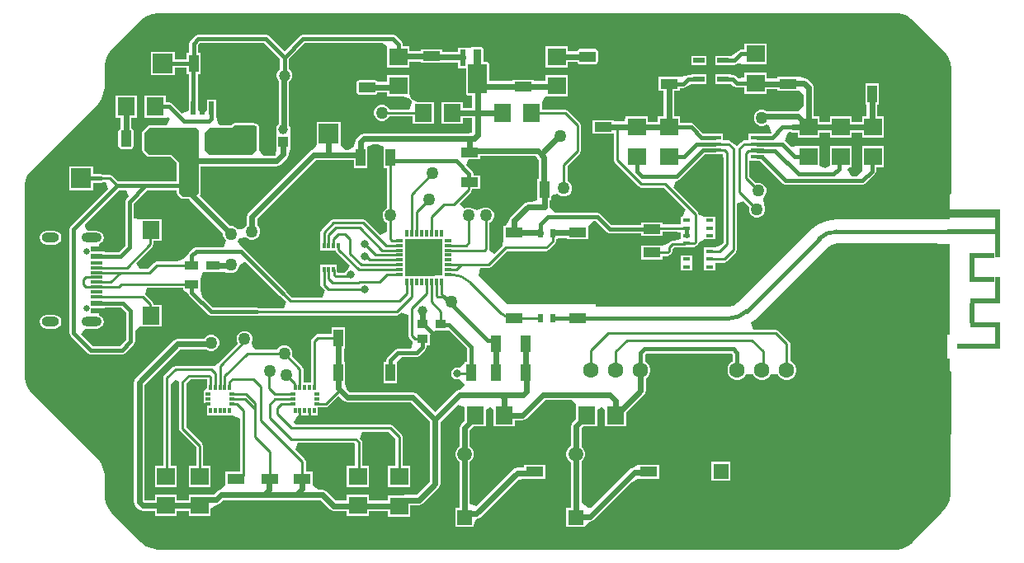
<source format=gtl>
G04*
G04 #@! TF.GenerationSoftware,Altium Limited,Altium Designer,23.2.1 (34)*
G04*
G04 Layer_Physical_Order=1*
G04 Layer_Color=255*
%FSLAX44Y44*%
%MOMM*%
G71*
G04*
G04 #@! TF.SameCoordinates,8496A63A-E985-4FE9-BA7E-BC2AAF8C8172*
G04*
G04*
G04 #@! TF.FilePolarity,Positive*
G04*
G01*
G75*
%ADD11C,0.2540*%
%ADD19R,2.0000X2.0000*%
%ADD20R,2.0000X2.0000*%
%ADD21R,1.8000X1.8400*%
%ADD22R,0.3000X0.5500*%
%ADD23R,0.5500X0.3000*%
%ADD24R,1.0000X1.8000*%
%ADD25R,1.8000X1.0000*%
%ADD26R,1.4000X0.4500*%
%ADD27R,1.1500X0.3000*%
%ADD28R,1.1500X0.6000*%
%ADD29R,0.6250X0.8500*%
G04:AMPARAMS|DCode=30|XSize=1.1mm|YSize=1.73mm|CornerRadius=0.11mm|HoleSize=0mm|Usage=FLASHONLY|Rotation=0.000|XOffset=0mm|YOffset=0mm|HoleType=Round|Shape=RoundedRectangle|*
%AMROUNDEDRECTD30*
21,1,1.1000,1.5100,0,0,0.0*
21,1,0.8800,1.7300,0,0,0.0*
1,1,0.2200,0.4400,-0.7550*
1,1,0.2200,-0.4400,-0.7550*
1,1,0.2200,-0.4400,0.7550*
1,1,0.2200,0.4400,0.7550*
%
%ADD30ROUNDEDRECTD30*%
%ADD31R,1.8400X1.8000*%
%ADD32R,0.5588X1.3208*%
%ADD33R,0.3000X0.6000*%
%ADD34R,0.6000X0.3000*%
%ADD35R,0.7500X0.3500*%
%ADD36R,1.1500X0.6000*%
%ADD37R,0.3000X0.8000*%
G04:AMPARAMS|DCode=38|XSize=1.1mm|YSize=1.73mm|CornerRadius=0.11mm|HoleSize=0mm|Usage=FLASHONLY|Rotation=90.000|XOffset=0mm|YOffset=0mm|HoleType=Round|Shape=RoundedRectangle|*
%AMROUNDEDRECTD38*
21,1,1.1000,1.5100,0,0,90.0*
21,1,0.8800,1.7300,0,0,90.0*
1,1,0.2200,0.7550,0.4400*
1,1,0.2200,0.7550,-0.4400*
1,1,0.2200,-0.7550,-0.4400*
1,1,0.2200,-0.7550,0.4400*
%
%ADD38ROUNDEDRECTD38*%
%ADD39C,1.7397*%
%ADD40R,0.5800X1.7300*%
%ADD41R,1.0000X0.9000*%
%ADD42R,4.9000X0.9000*%
%ADD43R,4.9000X0.5000*%
%ADD44R,0.5000X5.0000*%
%ADD45R,2.6400X0.5000*%
%ADD46R,0.5000X2.0000*%
%ADD47R,0.5000X2.7000*%
%ADD48R,3.9400X0.5000*%
%ADD49R,1.4000X1.1000*%
%ADD50R,1.4000X0.9000*%
%ADD51R,0.8000X0.3000*%
%ADD52R,3.7500X3.7500*%
%ADD72R,1.7000X0.3000*%
%ADD101C,0.4000*%
%ADD102C,0.6000*%
%ADD103C,0.3810*%
%ADD104C,1.6000*%
%ADD105R,1.6000X1.6000*%
%ADD106C,1.5080*%
%ADD107R,1.5080X1.5080*%
%ADD108R,1.2000X1.2000*%
%ADD109C,1.2000*%
%ADD110O,2.1000X1.0000*%
%ADD111C,0.6500*%
%ADD112O,1.8000X1.0000*%
%ADD113C,1.0000*%
%ADD114R,1.0000X1.0000*%
%ADD115R,1.5500X1.5500*%
%ADD116C,1.5500*%
%ADD117C,0.8000*%
%ADD118C,1.2700*%
G36*
X831960Y1116960D02*
X837825D01*
Y1086660D01*
X818495D01*
Y1116960D01*
X824360D01*
Y1131960D01*
X831960D01*
Y1116960D01*
D02*
G37*
G36*
X735680Y1135500D02*
Y1113500D01*
X758080D01*
Y1119588D01*
X770170D01*
Y1118000D01*
X792170D01*
Y1118743D01*
X808260D01*
Y1112660D01*
X816330D01*
Y1086660D01*
X816964Y1085129D01*
X818495Y1084495D01*
X822748D01*
Y1072212D01*
X813400D01*
Y1078000D01*
X791400D01*
Y1055600D01*
X813400D01*
Y1061388D01*
X822748D01*
Y1046302D01*
X822718Y1046272D01*
X820960D01*
X819511Y1045672D01*
X711655D01*
X711655Y1045672D01*
X707828Y1044087D01*
X707828Y1044087D01*
X704313Y1040572D01*
X703321Y1038177D01*
X702728Y1036745D01*
X701140Y1032080D01*
X695403Y1029032D01*
X692909D01*
X687640Y1033210D01*
Y1057210D01*
X663640D01*
Y1034938D01*
X661579Y1031180D01*
X658668Y1028315D01*
X656573Y1027447D01*
Y1027447D01*
X593073Y963947D01*
X591488Y960120D01*
X591488Y960120D01*
Y951277D01*
X589821Y949610D01*
X589367Y948514D01*
X584651Y947538D01*
X582621Y947410D01*
X581951Y947508D01*
X580040Y949419D01*
X576971Y950690D01*
X574614D01*
X543203Y982101D01*
X543821Y982719D01*
X544455Y984250D01*
Y1011858D01*
X622300D01*
X622300Y1011858D01*
X626127Y1013443D01*
X632845Y1020162D01*
X632846Y1020162D01*
X634332Y1023751D01*
X634431Y1023989D01*
X636019Y1030052D01*
X636019Y1030052D01*
Y1044052D01*
X636019D01*
X636019Y1051145D01*
X634961Y1053698D01*
Y1098793D01*
X636862Y1100694D01*
X638080Y1103634D01*
Y1106817D01*
X636862Y1109757D01*
X634612Y1112008D01*
X634410Y1112092D01*
Y1121997D01*
X651083Y1138670D01*
X729993D01*
X735680Y1135500D01*
D02*
G37*
G36*
X1256864Y1169399D02*
X1259419D01*
X1264432Y1168402D01*
X1269153Y1166446D01*
X1273402Y1163607D01*
X1275209Y1161800D01*
X1305441Y1131569D01*
X1307619Y1129390D01*
X1311041Y1124268D01*
X1313399Y1118577D01*
X1314601Y1112535D01*
Y1109455D01*
Y983700D01*
X1313876Y983400D01*
X1313242Y981869D01*
Y957380D01*
X1300270D01*
Y957115D01*
X1196701D01*
Y957203D01*
X1186938Y955917D01*
X1177840Y952149D01*
X1170027Y946154D01*
X1170089Y946092D01*
X1095674Y871677D01*
X1095665Y871686D01*
X1091398Y868835D01*
X1086365Y867833D01*
Y867821D01*
X949910D01*
Y870586D01*
X911910D01*
Y870096D01*
X885140D01*
Y870586D01*
X858894D01*
X829310Y900171D01*
X831043Y907171D01*
X839590D01*
X842093Y908207D01*
X852805Y918920D01*
Y919210D01*
X855615Y922020D01*
X855906D01*
X858716Y924831D01*
X899160D01*
X901663Y925867D01*
X908288Y932492D01*
X909324Y934995D01*
Y937240D01*
X910910D01*
Y938268D01*
X919910D01*
Y936870D01*
X941910D01*
Y950870D01*
X946860Y955820D01*
X949408D01*
X961129Y944099D01*
X964190Y942830D01*
X996110D01*
Y940160D01*
X1018110D01*
Y945021D01*
X1030214D01*
X1036920Y944310D01*
Y936810D01*
X1030415Y935615D01*
X1028334D01*
X1025831Y934578D01*
X1024065Y932813D01*
X1018110Y930290D01*
Y930290D01*
X996110D01*
Y916290D01*
X1018110D01*
Y919751D01*
X1023402D01*
X1025905Y920787D01*
X1027393Y922275D01*
X1028429Y924778D01*
Y927166D01*
X1029800Y928536D01*
X1038702D01*
X1038712Y928541D01*
X1040190D01*
X1040841Y928810D01*
X1048420D01*
Y929021D01*
X1050230D01*
X1052733Y930057D01*
X1054221Y931545D01*
X1055161Y933815D01*
X1057351Y934954D01*
X1061641Y936810D01*
X1062257Y936810D01*
X1072420D01*
X1072420Y944310D01*
Y952310D01*
X1072420Y960310D01*
X1061724Y960310D01*
X1059241Y961032D01*
X1054978Y962864D01*
X1054221Y964692D01*
X1029054Y989859D01*
X1031954Y996859D01*
X1032225D01*
X1035286Y998127D01*
X1061248Y1024089D01*
X1071185D01*
X1071377Y1024168D01*
X1080185D01*
X1081041Y1017523D01*
Y933646D01*
X1078332Y930937D01*
X1072420Y928310D01*
X1060920D01*
Y920810D01*
X1060920D01*
Y920310D01*
X1060920D01*
X1060920Y912810D01*
X1060920Y904810D01*
X1072420D01*
X1072420Y912310D01*
X1079126Y913021D01*
X1081660D01*
X1084163Y914057D01*
X1093433Y923327D01*
X1094469Y925830D01*
Y973426D01*
X1101469Y976325D01*
X1107203Y970591D01*
X1106710Y969401D01*
Y966079D01*
X1107981Y963010D01*
X1110330Y960661D01*
X1113399Y959390D01*
X1116721D01*
X1119790Y960661D01*
X1122139Y963010D01*
X1123410Y966079D01*
Y969401D01*
X1122139Y972470D01*
X1122060Y972549D01*
X1121266Y978232D01*
X1122552Y981203D01*
X1123409Y982060D01*
X1124680Y985129D01*
Y988451D01*
X1123409Y991520D01*
X1121060Y993869D01*
X1117991Y995140D01*
X1114669D01*
X1113479Y994647D01*
X1107169Y1000956D01*
Y1017668D01*
X1114639D01*
X1115435Y1017339D01*
X1118392D01*
X1141604Y994127D01*
X1144665Y992859D01*
X1223155D01*
X1226217Y994127D01*
X1235947Y1003857D01*
X1237215Y1006918D01*
Y1010918D01*
X1245355D01*
Y1032918D01*
X1222955D01*
Y1010918D01*
X1222955D01*
X1223326Y1007704D01*
X1217697Y1001518D01*
X1212117D01*
X1208213Y1008518D01*
X1209696Y1010918D01*
X1212335D01*
Y1032918D01*
X1189935D01*
Y1012819D01*
X1184625Y1009790D01*
X1179315Y1012819D01*
Y1032918D01*
X1156915D01*
Y1032918D01*
X1149915Y1031861D01*
X1143796Y1037980D01*
X1145691Y1044546D01*
X1148040Y1047589D01*
X1148992D01*
X1151605Y1046506D01*
X1156915D01*
Y1040918D01*
X1179315D01*
Y1046506D01*
X1189935D01*
Y1040918D01*
X1212335D01*
Y1046506D01*
X1222955D01*
Y1040918D01*
X1245355D01*
Y1062918D01*
X1238557D01*
Y1075211D01*
X1240145D01*
Y1097211D01*
X1226145D01*
Y1075211D01*
X1227733D01*
Y1062918D01*
X1222955D01*
Y1057330D01*
X1212335D01*
Y1062918D01*
X1189935D01*
Y1057330D01*
X1179315D01*
Y1062918D01*
X1173527D01*
Y1092628D01*
X1173527Y1092628D01*
X1171942Y1096455D01*
X1171942Y1096455D01*
X1167122Y1101275D01*
X1164129Y1102514D01*
X1163295Y1102860D01*
X1157641Y1103750D01*
Y1103750D01*
X1135641D01*
Y1102162D01*
X1124821D01*
Y1108250D01*
X1102421D01*
Y1103278D01*
X1095421Y1102283D01*
X1093163Y1104542D01*
X1090101Y1105810D01*
X1088151D01*
Y1106480D01*
X1072651D01*
Y1096480D01*
X1088151D01*
X1091270Y1094189D01*
X1091270Y1094189D01*
X1094331Y1092921D01*
X1102421D01*
Y1086250D01*
X1124821D01*
Y1091338D01*
X1135641D01*
Y1089750D01*
X1157641D01*
X1162703Y1085071D01*
Y1073551D01*
X1156843Y1068402D01*
X1156843Y1068402D01*
X1125267D01*
X1124870Y1068799D01*
X1121801Y1070070D01*
X1118479D01*
X1115410Y1068799D01*
X1113061Y1066450D01*
X1111790Y1063381D01*
Y1060059D01*
X1113061Y1056990D01*
X1115410Y1054641D01*
X1118479Y1053370D01*
X1121801D01*
X1124684Y1054564D01*
X1124900Y1054637D01*
X1127643Y1054209D01*
X1130078Y1046744D01*
X1129082Y1045748D01*
X1115185D01*
X1114993Y1045668D01*
X1106185D01*
Y1038458D01*
X1102228D01*
X1099725Y1037421D01*
X1098678Y1036374D01*
X1094105Y1032973D01*
X1089532Y1036374D01*
X1088485Y1037421D01*
X1085982Y1038458D01*
X1080185D01*
Y1045668D01*
X1071377D01*
X1071185Y1045748D01*
X1059828D01*
X1050596Y1054980D01*
X1047535Y1056248D01*
X1035805D01*
Y1062918D01*
X1030017D01*
Y1089750D01*
X1035605D01*
Y1092421D01*
X1039701D01*
X1042763Y1093689D01*
X1047651Y1096480D01*
X1063151D01*
Y1106480D01*
X1047651D01*
Y1105810D01*
X1044431D01*
X1042144Y1104862D01*
X1035605Y1103750D01*
Y1103750D01*
X1013605D01*
Y1089750D01*
X1019193D01*
Y1062918D01*
X1013405D01*
Y1057330D01*
X1002785D01*
Y1062918D01*
X980385D01*
X978858Y1057830D01*
X968295D01*
Y1059418D01*
X946295D01*
Y1045418D01*
X968011D01*
Y1018087D01*
X969047Y1015584D01*
X993624Y991007D01*
X996127Y989971D01*
X1018931D01*
X1041592Y967310D01*
X1038692Y960310D01*
X1036920D01*
Y952810D01*
X1030214Y952099D01*
X1018110D01*
Y954160D01*
X996110D01*
Y951490D01*
X965983D01*
X954262Y963211D01*
X951201Y964479D01*
X907581D01*
X902292Y970002D01*
Y977060D01*
X903880D01*
Y981435D01*
X906061Y982590D01*
X910880Y983581D01*
X912210Y982251D01*
X915279Y980980D01*
X918601D01*
X921670Y982251D01*
X924019Y984600D01*
X925290Y987669D01*
Y990991D01*
X924019Y994060D01*
X921670Y996409D01*
X920479Y996902D01*
Y1011994D01*
X933413Y1024927D01*
X934449Y1027430D01*
Y1054100D01*
X933413Y1056603D01*
X920713Y1069303D01*
X918210Y1070339D01*
X894680D01*
Y1077975D01*
X895442Y1079158D01*
X898301Y1083500D01*
X920640D01*
Y1105500D01*
X898240D01*
Y1099412D01*
X886150D01*
Y1101000D01*
X864150D01*
Y1099412D01*
X839990D01*
Y1116960D01*
X839356Y1118491D01*
X837825Y1119125D01*
X834125D01*
Y1131960D01*
X833491Y1133491D01*
X831960Y1134125D01*
X824992D01*
X824360Y1134125D01*
X818060Y1133960D01*
Y1133960D01*
X808260D01*
Y1129567D01*
X792170D01*
Y1132000D01*
X770170D01*
Y1130412D01*
X758080D01*
Y1135500D01*
X751710D01*
Y1137300D01*
X750442Y1140361D01*
X744742Y1146061D01*
X741680Y1147330D01*
X649290D01*
X646228Y1146061D01*
X630080Y1129913D01*
X613932Y1146061D01*
X610870Y1147330D01*
X541770D01*
X538708Y1146061D01*
X533889Y1141242D01*
X532620Y1138180D01*
Y1128600D01*
X529950D01*
Y1121930D01*
X517460D01*
Y1129600D01*
X493460D01*
Y1105600D01*
X517460D01*
Y1113270D01*
X529950D01*
Y1106600D01*
X532496D01*
Y1080230D01*
X531908D01*
Y1069074D01*
X524908Y1066175D01*
X514871Y1076211D01*
X511810Y1077480D01*
X508600D01*
Y1084350D01*
X486600D01*
Y1061950D01*
X508600D01*
Y1061950D01*
X511244Y1062436D01*
X512628Y1060725D01*
X509286Y1053725D01*
X491490D01*
X489959Y1053091D01*
X484879Y1048011D01*
X484245Y1046480D01*
Y1028700D01*
X484879Y1027169D01*
X489959Y1022089D01*
X491490Y1021455D01*
X513453D01*
X519805Y1015103D01*
Y996200D01*
X459146D01*
X453353Y1001993D01*
X450850Y1003029D01*
X443868D01*
X441960Y1003820D01*
X433640D01*
Y1011490D01*
X409640D01*
Y987490D01*
X433640D01*
Y995160D01*
X441960D01*
X443868Y995951D01*
X446528D01*
X449459Y988981D01*
X410959Y950481D01*
X409690Y947420D01*
Y840740D01*
X410959Y837679D01*
X428739Y819899D01*
X431800Y818630D01*
X463550D01*
X466612Y819899D01*
X475502Y828789D01*
X476770Y831850D01*
Y843048D01*
X482000Y847320D01*
X504000D01*
Y869720D01*
X496207D01*
Y870042D01*
X495171Y872545D01*
X487363Y880353D01*
X487271Y880391D01*
X488664Y887391D01*
X526100D01*
Y884430D01*
X530873Y882220D01*
X532111Y879231D01*
X552001Y859341D01*
X552001Y859341D01*
X554990Y858103D01*
X554990Y858103D01*
X601980D01*
X603639Y858791D01*
X745490D01*
X747993Y859827D01*
X750191Y862025D01*
X757191Y859126D01*
Y838200D01*
X758227Y835697D01*
X761673Y832252D01*
X760709Y825437D01*
X759461Y824750D01*
X746760D01*
X743699Y823482D01*
X736035Y815818D01*
X734767Y812757D01*
Y811100D01*
X731880D01*
Y789100D01*
X745880D01*
Y811100D01*
X750732Y816090D01*
X765810D01*
X768872Y817358D01*
X774685Y823172D01*
X775953Y826233D01*
Y827890D01*
X779160D01*
Y838254D01*
X782810Y842420D01*
X785125Y843390D01*
X797660D01*
Y843390D01*
X798570Y843767D01*
X817620Y824717D01*
Y811100D01*
X814950D01*
Y809865D01*
X810205Y804830D01*
X805235D01*
X801720Y801315D01*
Y796345D01*
X805235Y792830D01*
X809666D01*
X814655Y787673D01*
X814634Y787573D01*
X810260Y782652D01*
X806433Y781067D01*
X806433Y781067D01*
X784860Y759494D01*
X765827Y778527D01*
X762000Y780112D01*
X762000Y780112D01*
X696932D01*
X694254Y782790D01*
X692588Y789100D01*
X692588D01*
Y811100D01*
X691240D01*
Y824922D01*
X692589D01*
Y846923D01*
X678588D01*
Y839462D01*
X664473D01*
X661970Y838425D01*
X658535Y834990D01*
X657498Y832487D01*
Y789801D01*
X649577D01*
Y803777D01*
X648540Y806280D01*
X637881Y816939D01*
X638374Y818130D01*
Y821452D01*
X637103Y824521D01*
X634754Y826870D01*
X631685Y828141D01*
X628363D01*
X625294Y826870D01*
X622945Y824521D01*
X622452Y823330D01*
X599929D01*
X597817Y827074D01*
X596636Y830330D01*
X597630Y832729D01*
Y836051D01*
X596359Y839120D01*
X594010Y841469D01*
X590941Y842740D01*
X587619D01*
X584550Y841469D01*
X582201Y839120D01*
X580930Y836051D01*
Y832729D01*
X582167Y829743D01*
X561475Y809051D01*
X558615Y806641D01*
X555094Y806820D01*
X518264D01*
X515761Y805784D01*
X507209Y797231D01*
X506172Y794728D01*
Y704301D01*
X497241D01*
Y682301D01*
X519641D01*
Y704301D01*
X513251D01*
Y788027D01*
X518818Y792785D01*
X522241Y790477D01*
Y742425D01*
X523277Y739922D01*
X539661Y723538D01*
Y704301D01*
X532001D01*
Y682301D01*
X554401D01*
Y704301D01*
X546740D01*
Y725004D01*
X545704Y727507D01*
X529319Y743891D01*
Y789011D01*
X533700Y793391D01*
X550439D01*
Y784807D01*
X547234Y781301D01*
X547234D01*
Y769301D01*
X547234D01*
X550484Y765551D01*
Y756051D01*
X577484D01*
X583337Y753283D01*
X584574Y752456D01*
Y698051D01*
X569784D01*
Y684051D01*
X564639Y679570D01*
X561323Y678197D01*
X561323Y678197D01*
X557839Y674713D01*
X549201D01*
X549201Y674713D01*
X548206Y674301D01*
X532001D01*
Y668713D01*
X519641D01*
Y674301D01*
X497241D01*
Y668713D01*
X487021D01*
X486742Y668992D01*
Y787698D01*
X522942Y823898D01*
X549863D01*
X550260Y823501D01*
X553329Y822230D01*
X556651D01*
X559720Y823501D01*
X562069Y825850D01*
X563340Y828919D01*
Y832241D01*
X562069Y835310D01*
X559720Y837659D01*
X556651Y838930D01*
X553329D01*
X550260Y837659D01*
X547911Y835310D01*
X547668Y834722D01*
X520700D01*
X520700Y834722D01*
X516873Y833137D01*
X477503Y793767D01*
X475918Y789940D01*
X475918Y789940D01*
Y666750D01*
X475918Y666750D01*
X477503Y662923D01*
X480952Y659474D01*
X480953Y659474D01*
X484779Y657889D01*
X497241D01*
Y652301D01*
X519641D01*
Y657889D01*
X532001D01*
Y652301D01*
X554401D01*
Y660422D01*
X560081Y663889D01*
X563907Y665474D01*
X567392Y668958D01*
X609600D01*
X609600Y668958D01*
X609600Y668958D01*
X642620D01*
X642620Y668958D01*
X642620Y668958D01*
X667048D01*
X676773Y659234D01*
X676773Y659234D01*
X680599Y657648D01*
X680600Y657649D01*
X694286D01*
Y652301D01*
X716686D01*
Y657649D01*
X736555D01*
Y652061D01*
X758955D01*
Y663649D01*
X768120D01*
X768121Y663649D01*
X771947Y665234D01*
X788687Y681973D01*
X790272Y685800D01*
X790272Y685800D01*
Y749598D01*
X807980Y767306D01*
X814980Y764407D01*
Y751324D01*
X814568Y750329D01*
X814568Y750329D01*
Y750271D01*
X811257Y746960D01*
X809672Y743133D01*
X809672Y743133D01*
Y724360D01*
X806996Y721684D01*
X805544Y718178D01*
Y714382D01*
X806996Y710876D01*
X809672Y708200D01*
Y660820D01*
X805544D01*
Y641740D01*
X824624D01*
Y643066D01*
X827226Y649534D01*
X831053Y651119D01*
X869717Y689783D01*
X876143Y691169D01*
X876143Y691169D01*
X876143Y691170D01*
X898143D01*
Y705169D01*
X876143D01*
Y702311D01*
X869180D01*
X869180Y702311D01*
X865353Y700726D01*
X865353Y700726D01*
X829815Y665188D01*
X827203Y662990D01*
X820496Y665769D01*
Y708200D01*
X823172Y710876D01*
X824624Y714382D01*
Y718178D01*
X823172Y721684D01*
X820496Y724360D01*
Y740892D01*
X823807Y744203D01*
X823807Y744203D01*
X824191Y745129D01*
X836980D01*
Y761945D01*
X840980Y764254D01*
X844980Y761945D01*
Y745129D01*
X866980D01*
Y750918D01*
X874439D01*
X874439Y750918D01*
X878266Y752503D01*
X897592Y771828D01*
X924061D01*
X929280Y767529D01*
X929280Y764828D01*
Y752783D01*
X925600Y749103D01*
X924015Y745276D01*
X924015Y745276D01*
Y724548D01*
X923579Y724368D01*
X920896Y721684D01*
X919443Y718178D01*
Y714382D01*
X920896Y710876D01*
X923579Y708192D01*
X924015Y708012D01*
Y660820D01*
X919443D01*
Y641740D01*
X938523D01*
Y642599D01*
X943671Y646598D01*
X947497Y648183D01*
X986988Y687674D01*
X992540Y691170D01*
X1014540D01*
Y705169D01*
X992540D01*
Y705170D01*
X986835Y702043D01*
X985494Y701487D01*
Y701487D01*
X945319Y661312D01*
X941839Y661060D01*
X934955Y666122D01*
X934839Y666294D01*
Y708644D01*
X937071Y710876D01*
X938523Y714382D01*
Y718178D01*
X937071Y721684D01*
X934839Y723916D01*
Y743034D01*
X936934Y745129D01*
X951280D01*
Y761945D01*
X955280Y764254D01*
X959280Y761945D01*
Y745129D01*
X981280D01*
Y758996D01*
X999507Y777223D01*
X999507Y777223D01*
X1001092Y781050D01*
Y794058D01*
X1001345Y794162D01*
X1004158Y796975D01*
X1005680Y800651D01*
Y804629D01*
X1004158Y808305D01*
X1001345Y811118D01*
X1000010Y811671D01*
Y818627D01*
X1001283Y819900D01*
X1089137D01*
X1090410Y818627D01*
Y811671D01*
X1089075Y811118D01*
X1086262Y808305D01*
X1084740Y804629D01*
Y800651D01*
X1086262Y796975D01*
X1089075Y794162D01*
X1092751Y792640D01*
X1096729D01*
X1100405Y794162D01*
X1103218Y796975D01*
X1103673Y798075D01*
X1111207D01*
X1111662Y796975D01*
X1114475Y794162D01*
X1118151Y792640D01*
X1122129D01*
X1125805Y794162D01*
X1128618Y796975D01*
X1129073Y798075D01*
X1136607D01*
X1137062Y796975D01*
X1139875Y794162D01*
X1143551Y792640D01*
X1147529D01*
X1151205Y794162D01*
X1154018Y796975D01*
X1155540Y800651D01*
Y804629D01*
X1154018Y808305D01*
X1151205Y811118D01*
X1149079Y811998D01*
Y829310D01*
X1148043Y831813D01*
X1136613Y843243D01*
X1134110Y844279D01*
X1111463D01*
X1109087Y851279D01*
X1113039Y854312D01*
X1112977Y854374D01*
X1187392Y928789D01*
X1187401Y928780D01*
X1191668Y931631D01*
X1196701Y932633D01*
Y932645D01*
X1300270D01*
Y932380D01*
X1313242D01*
Y839334D01*
X1310396D01*
Y814334D01*
X1313242D01*
Y802799D01*
X1313876Y801268D01*
X1314601Y800968D01*
Y740252D01*
X1313917Y733535D01*
X1313917Y733535D01*
X1313917Y733535D01*
Y678163D01*
Y675083D01*
X1312715Y669041D01*
X1310358Y663349D01*
X1308987Y661297D01*
X1304757Y656049D01*
X1304757D01*
X1304757Y656049D01*
X1274526Y625818D01*
X1272719Y624011D01*
X1268470Y621171D01*
X1263748Y619216D01*
X1258736Y618219D01*
X500244D01*
X494202Y619421D01*
X488511Y621778D01*
X483389Y625201D01*
X481211Y627379D01*
X455080Y653509D01*
X452902Y655687D01*
X449480Y660809D01*
X447122Y666501D01*
X445921Y672543D01*
Y675623D01*
Y691625D01*
X445770Y694690D01*
X444574Y700703D01*
X442228Y706367D01*
X438822Y711465D01*
X436761Y713739D01*
X436761Y713739D01*
X370555Y779945D01*
X368847Y781653D01*
X366162Y785670D01*
X364313Y790134D01*
X363371Y794873D01*
Y797289D01*
Y990329D01*
Y992745D01*
X364313Y997484D01*
X366162Y1001947D01*
X368847Y1005965D01*
X370555Y1007673D01*
X370555D01*
X436761Y1073879D01*
X438822Y1076153D01*
X442228Y1081251D01*
X444574Y1086915D01*
X445770Y1092927D01*
X445921Y1095993D01*
Y1111995D01*
Y1115075D01*
X447122Y1121117D01*
X449480Y1126808D01*
X452902Y1131931D01*
X455080Y1134109D01*
Y1134109D01*
X481211Y1160239D01*
X483389Y1162417D01*
X488511Y1165839D01*
X494202Y1168197D01*
X500244Y1169399D01*
X503325D01*
X1256864Y1169399D01*
D02*
G37*
G36*
X625750Y1121997D02*
Y1112092D01*
X625548Y1112008D01*
X623298Y1109757D01*
X622080Y1106817D01*
Y1103634D01*
X623298Y1100694D01*
X624137Y1099855D01*
Y1054771D01*
X623084Y1053718D01*
X622019Y1051145D01*
X622019Y1044052D01*
X622019D01*
Y1030052D01*
X622019D01*
X620894Y1023518D01*
X620058Y1022682D01*
X608169D01*
X604145Y1028700D01*
Y1051214D01*
X604145Y1052830D01*
X604145Y1052830D01*
X604008Y1053159D01*
X604034Y1053515D01*
X604034Y1053515D01*
X603703Y1053895D01*
X603511Y1054361D01*
X603182Y1054497D01*
X602948Y1054766D01*
X600408Y1056036D01*
X600408Y1056036D01*
X599906Y1056072D01*
X599440Y1056265D01*
X599440Y1056265D01*
X598178Y1056265D01*
X579120D01*
X577589Y1055631D01*
X575683Y1053725D01*
X563831D01*
X563309Y1054138D01*
X561920Y1056696D01*
X560292Y1063022D01*
X560292D01*
Y1080230D01*
X550704D01*
Y1069007D01*
X546100Y1066237D01*
X541496Y1069007D01*
Y1080230D01*
X541156D01*
Y1106600D01*
X543950D01*
Y1128600D01*
X541280D01*
Y1136387D01*
X543563Y1138670D01*
X609077D01*
X625750Y1121997D01*
D02*
G37*
G36*
X601980Y1052830D02*
Y1028700D01*
X596900Y1023620D01*
X553720D01*
X548640Y1028700D01*
Y1046480D01*
X553720Y1051560D01*
X576580D01*
X579120Y1054100D01*
X599440D01*
X601980Y1052830D01*
D02*
G37*
G36*
X732140Y1032080D02*
Y1010080D01*
X735601D01*
Y968962D01*
X734410Y968469D01*
X732061Y966120D01*
X730790Y963051D01*
Y959729D01*
X732061Y956660D01*
X734410Y954311D01*
X735321Y953934D01*
Y944554D01*
X728321Y941655D01*
X713703Y956273D01*
X711200Y957309D01*
X680720D01*
X678217Y956273D01*
X668177Y946233D01*
X667141Y943730D01*
Y930710D01*
X667180Y930615D01*
Y925710D01*
X682581D01*
X683297Y923981D01*
X697430Y909848D01*
X696015Y906430D01*
X692500Y902915D01*
Y902699D01*
X684449D01*
Y905480D01*
X684180Y906130D01*
Y910710D01*
X667180D01*
Y905805D01*
X667141Y905710D01*
Y890150D01*
X668177Y887647D01*
X671525Y884299D01*
X669245Y877299D01*
X637736D01*
X632326Y882709D01*
X631639Y884369D01*
X588459Y927549D01*
X586234Y928470D01*
X582309Y934771D01*
X583908Y938146D01*
X590802Y939170D01*
X592170Y937801D01*
X595239Y936530D01*
X598561D01*
X601630Y937801D01*
X603979Y940150D01*
X605250Y943219D01*
Y946541D01*
X603979Y949610D01*
X602312Y951277D01*
Y957878D01*
X662642Y1018208D01*
X701140D01*
Y1010080D01*
X715140D01*
Y1032080D01*
X720993Y1034848D01*
X726287D01*
X732140Y1032080D01*
D02*
G37*
G36*
X542290Y1049020D02*
Y984250D01*
X538480Y980440D01*
X525780D01*
X521970Y984250D01*
Y1016000D01*
X514350Y1023620D01*
X491490D01*
X486410Y1028700D01*
Y1046480D01*
X491490Y1051560D01*
X539750D01*
X542290Y1049020D01*
D02*
G37*
G36*
X470760Y981073D02*
X468108Y978421D01*
X466840Y975360D01*
Y930163D01*
X460357Y923680D01*
X445545D01*
Y924350D01*
X440076D01*
X439910Y924746D01*
X440276Y931956D01*
X442592Y933503D01*
X444139Y935819D01*
X444682Y938550D01*
X444139Y941281D01*
X442592Y943597D01*
X440276Y945144D01*
X437545Y945687D01*
X428310D01*
X425737Y949994D01*
X425260Y952537D01*
X460263Y987540D01*
X468082D01*
X470760Y981073D01*
D02*
G37*
G36*
X887807Y1022239D02*
X889088Y1021709D01*
X889618Y1020428D01*
X891208Y1018838D01*
Y999060D01*
X889880D01*
Y977060D01*
X883562Y975414D01*
X879832D01*
X876005Y973829D01*
X876005Y973829D01*
X862313Y960137D01*
X860728Y956310D01*
X857022Y950870D01*
X855140D01*
Y936870D01*
X855140Y936870D01*
X854153Y930279D01*
X845906Y922032D01*
X839972Y925997D01*
X840469Y927198D01*
Y953818D01*
X841660Y954311D01*
X844009Y956660D01*
X845280Y959729D01*
Y963051D01*
X844009Y966120D01*
X841660Y968469D01*
X838591Y969740D01*
X835269D01*
X832200Y968469D01*
X828040Y966832D01*
X823880Y968469D01*
X820811Y969740D01*
X817489D01*
X814420Y968469D01*
X809545Y973449D01*
X821435Y985339D01*
X822471Y987842D01*
Y988420D01*
X831420D01*
Y1002420D01*
X823973D01*
Y1004077D01*
X822705Y1007138D01*
X816890Y1012953D01*
X819569Y1019420D01*
X831420D01*
Y1022278D01*
X887768D01*
X887807Y1022239D01*
D02*
G37*
G36*
X519805Y984250D02*
X520439Y982719D01*
X524249Y978909D01*
X525780Y978275D01*
X532397D01*
X532875Y977121D01*
X566960Y943036D01*
Y940679D01*
X568231Y937610D01*
X570055Y935787D01*
X569796Y933354D01*
X567919Y928787D01*
X539750D01*
X536761Y927549D01*
X536761Y927549D01*
X532111Y922899D01*
X531266Y920858D01*
X526100Y916430D01*
X520148Y913899D01*
X498880D01*
X496377Y912863D01*
X489904Y906389D01*
X481121D01*
X478442Y912857D01*
X495149Y929564D01*
X496186Y932067D01*
Y935147D01*
X504000D01*
Y957547D01*
X482000D01*
Y957547D01*
X475500Y958753D01*
Y973567D01*
X489473Y987540D01*
X519805D01*
Y984250D01*
D02*
G37*
G36*
X625661Y878391D02*
X627321Y877704D01*
X632155Y872869D01*
X629875Y865869D01*
X603639D01*
X601980Y866557D01*
X556741D01*
X545350Y877948D01*
X544100Y884430D01*
X544100D01*
Y896430D01*
X546514Y903430D01*
X551100Y903430D01*
X566100D01*
X566100Y903430D01*
X572760Y902608D01*
X573649Y902240D01*
X576971D01*
X580040Y903511D01*
X582389Y905860D01*
X583660Y908929D01*
Y910493D01*
X588836Y913591D01*
X590127Y913925D01*
X625661Y878391D01*
D02*
G37*
G36*
X792430Y932210D02*
Y927210D01*
Y922210D01*
Y917210D01*
Y912210D01*
X784430D01*
Y899210D01*
X754430D01*
Y902210D01*
Y907210D01*
Y912210D01*
Y917210D01*
Y922210D01*
Y927210D01*
Y932210D01*
Y937210D01*
X792430D01*
Y932210D01*
D02*
G37*
G36*
X468110Y861807D02*
Y833643D01*
X461757Y827290D01*
X433593D01*
X421677Y839206D01*
X425577Y845205D01*
X426545Y845013D01*
X437545D01*
X440276Y845556D01*
X442592Y847103D01*
X444139Y849419D01*
X444682Y852150D01*
X444139Y854881D01*
X442592Y857197D01*
X440276Y858744D01*
X439910Y865954D01*
X440076Y866350D01*
X445545D01*
Y867020D01*
X462897D01*
X468110Y861807D01*
D02*
G37*
G36*
X690863Y770873D02*
X690863Y770873D01*
X694690Y769288D01*
X694690Y769288D01*
X759758D01*
X779448Y749598D01*
Y688042D01*
X765879Y674473D01*
X753755D01*
X753755Y674473D01*
X752760Y674061D01*
X736555D01*
Y668473D01*
X716686D01*
Y674301D01*
X694286D01*
Y668473D01*
X682841D01*
X673117Y678197D01*
X669290Y679782D01*
X669290Y679782D01*
X664851D01*
X659619Y684051D01*
Y698051D01*
X652158D01*
Y708486D01*
X651122Y710989D01*
X641130Y720981D01*
X644029Y727981D01*
X701865D01*
X702684Y727161D01*
Y704301D01*
X694286D01*
Y682301D01*
X716686D01*
Y704301D01*
X709763D01*
Y728627D01*
X708727Y731130D01*
X707446Y732411D01*
X709726Y739411D01*
X737005D01*
X744216Y732200D01*
Y704061D01*
X736555D01*
Y682061D01*
X758955D01*
Y704061D01*
X751294D01*
Y733666D01*
X750258Y736169D01*
X740974Y745453D01*
X738472Y746489D01*
X641415D01*
X639938Y748801D01*
X643772Y755801D01*
X651038Y755801D01*
X656038Y755801D01*
X664538Y755801D01*
Y764261D01*
X672551D01*
X675054Y765298D01*
X685746Y775990D01*
X690863Y770873D01*
D02*
G37*
%LPC*%
G36*
X758080Y1105500D02*
X735680D01*
Y1098542D01*
X725616D01*
X725053Y1099903D01*
X722680Y1100885D01*
X707580D01*
X705207Y1099903D01*
X704225Y1097530D01*
Y1088730D01*
X705207Y1086357D01*
X707580Y1085375D01*
X722680D01*
X725053Y1086357D01*
X725616Y1087718D01*
X735680D01*
Y1083500D01*
X751626D01*
X751999Y1083500D01*
X754221Y1083147D01*
X757631Y1081544D01*
X759863Y1079889D01*
X760556Y1078250D01*
X760802Y1076984D01*
X758193Y1070339D01*
X737822D01*
X737329Y1071530D01*
X734980Y1073879D01*
X731911Y1075150D01*
X728589D01*
X725520Y1073879D01*
X723171Y1071530D01*
X721900Y1068461D01*
Y1065139D01*
X723171Y1062070D01*
X725520Y1059721D01*
X728589Y1058450D01*
X731911D01*
X734980Y1059721D01*
X737329Y1062070D01*
X737822Y1063261D01*
X761400D01*
Y1055600D01*
X783400D01*
Y1078000D01*
X767854D01*
X767481Y1078000D01*
X765259Y1078354D01*
X761849Y1079956D01*
X759617Y1081611D01*
X758924Y1083250D01*
X758194Y1087010D01*
X758080Y1088986D01*
X758080Y1090143D01*
Y1105500D01*
D02*
G37*
G36*
X920640Y1135500D02*
X898240D01*
Y1113500D01*
X920640D01*
Y1119188D01*
X930704D01*
X931267Y1117827D01*
X933640Y1116845D01*
X948740D01*
X951113Y1117827D01*
X952095Y1120200D01*
Y1129000D01*
X951113Y1131373D01*
X948740Y1132355D01*
X933640D01*
X931267Y1131373D01*
X930704Y1130012D01*
X920640D01*
Y1135500D01*
D02*
G37*
G36*
X1124821Y1138250D02*
X1102421D01*
Y1131580D01*
X1098921D01*
X1095860Y1130312D01*
X1093944Y1128395D01*
X1088151Y1125480D01*
X1072651D01*
Y1115480D01*
X1088151D01*
Y1116151D01*
X1092151D01*
X1095213Y1117419D01*
X1095421Y1117627D01*
X1102421Y1116250D01*
Y1116250D01*
X1124821D01*
Y1138250D01*
D02*
G37*
G36*
X1063151Y1125480D02*
X1047651D01*
Y1115480D01*
X1063151D01*
Y1125480D01*
D02*
G37*
G36*
X478600Y1084350D02*
X456600D01*
Y1061950D01*
X462088D01*
Y1050616D01*
X460727Y1050053D01*
X459745Y1047680D01*
Y1032580D01*
X460727Y1030207D01*
X463100Y1029225D01*
X471900D01*
X474273Y1030207D01*
X475255Y1032580D01*
Y1047680D01*
X474273Y1050053D01*
X472912Y1050616D01*
Y1061950D01*
X478600D01*
Y1084350D01*
D02*
G37*
G36*
X394245Y945687D02*
X386245D01*
X383514Y945144D01*
X381198Y943597D01*
X379651Y941281D01*
X379108Y938550D01*
X379651Y935819D01*
X381198Y933503D01*
X383514Y931956D01*
X386245Y931413D01*
X394245D01*
X396976Y931956D01*
X399292Y933503D01*
X400839Y935819D01*
X401382Y938550D01*
X400839Y941281D01*
X399292Y943597D01*
X396976Y945144D01*
X394245Y945687D01*
D02*
G37*
G36*
X1048420Y920310D02*
X1036920D01*
X1036920Y912810D01*
X1036920Y904810D01*
X1048420D01*
X1048420Y912310D01*
X1048420Y919310D01*
Y920310D01*
D02*
G37*
G36*
X394245Y859287D02*
X386245D01*
X383514Y858744D01*
X381198Y857197D01*
X379651Y854881D01*
X379108Y852150D01*
X379651Y849419D01*
X381198Y847103D01*
X383514Y845556D01*
X386245Y845013D01*
X394245D01*
X396976Y845556D01*
X399292Y847103D01*
X400839Y849419D01*
X401382Y852150D01*
X400839Y854881D01*
X399292Y857197D01*
X396976Y858744D01*
X394245Y859287D01*
D02*
G37*
G36*
X1087980Y708250D02*
X1068480D01*
Y688750D01*
X1087980D01*
Y708250D01*
D02*
G37*
%LPD*%
D11*
X851898Y861332D02*
G03*
X858386Y857027I13865J13855D01*
G01*
X819959Y893270D02*
G03*
X801999Y900710I-17960J-17960D01*
G01*
X891907Y855586D02*
G03*
X892535Y855846I0J888D01*
G01*
X807720Y798830D02*
X820680D01*
X821950Y800100D01*
X542290Y768350D02*
X542839Y767801D01*
X551984D01*
X981710Y833120D02*
X1109980D01*
X970280Y821690D02*
X981710Y833120D01*
X1109980D02*
X1121410Y821690D01*
X1120140Y802640D02*
X1121410Y803910D01*
Y821690D01*
X970280Y802640D02*
Y821690D01*
X1134110Y840740D02*
X1145540Y829310D01*
Y802640D02*
Y829310D01*
X962660Y840740D02*
X1134110D01*
X944880Y822960D02*
X962660Y840740D01*
X944880Y802640D02*
Y822960D01*
X820680Y798830D02*
X821950Y800100D01*
X441960Y999490D02*
X450850D01*
X458470Y991870D01*
X640807Y785031D02*
Y789212D01*
X632460Y797560D02*
X640807Y789212D01*
Y785031D02*
X641038Y784801D01*
X883680Y1066800D02*
X918210D01*
X930910Y1027430D02*
Y1054100D01*
X918210Y1066800D02*
X930910Y1054100D01*
X916940Y1013460D02*
X930910Y1027430D01*
X916940Y989330D02*
Y1013460D01*
X730468Y1067018D02*
X732572D01*
X732790Y1066800D01*
X730250D02*
X730468Y1067018D01*
X732790Y1066800D02*
X772400D01*
X712470Y919480D02*
X713948D01*
X717757Y915670D01*
X748390D01*
X748430Y915710D01*
X656037Y753110D02*
Y760801D01*
X664516Y752393D02*
X672995D01*
X656037Y753110D02*
X663799D01*
X646430D02*
X656037D01*
X663799D02*
X664516Y752393D01*
X646038Y753503D02*
X646430Y753110D01*
X646038Y753503D02*
Y760801D01*
X677523Y756920D02*
X697230D01*
X672995Y752393D02*
X677523Y756920D01*
X568978Y796308D02*
X592461Y819791D01*
X568978Y784806D02*
Y796308D01*
X592461Y819791D02*
X630024D01*
X563978Y806548D02*
X589280Y831850D01*
Y834390D01*
X1058290Y932560D02*
X1066670D01*
X1050290Y924560D02*
X1058290Y932560D01*
X1042670Y924560D02*
X1050290D01*
X1028700Y892810D02*
X1029970Y894080D01*
Y919480D01*
X1035050Y924560D01*
X1042670D01*
X1028334Y932076D02*
X1038702D01*
X1024890Y928632D02*
X1028334Y932076D01*
X1038706Y932080D02*
X1040190D01*
X1038702Y932076D02*
X1038706Y932080D01*
X1040190D02*
X1040670Y932560D01*
X1050230D01*
X1024890Y924778D02*
Y928632D01*
X1007110Y923290D02*
X1023402D01*
X1024890Y924778D01*
X1008510Y948560D02*
X1042670D01*
X1007110Y947160D02*
X1008510Y948560D01*
X971550Y1018087D02*
Y1052418D01*
Y1018087D02*
X996127Y993510D01*
X1020397D01*
X1051718Y962189D01*
Y934048D02*
Y962189D01*
X1050230Y932560D02*
X1051718Y934048D01*
X905785Y934995D02*
Y943490D01*
X857250Y928370D02*
X899160D01*
X905785Y934995D01*
X839590Y910710D02*
X857250Y928370D01*
X811650Y910710D02*
X839590D01*
X835442Y925710D02*
X836930Y927198D01*
X798430Y925710D02*
X835442D01*
X836930Y927198D02*
Y961390D01*
X819150Y933450D02*
Y961390D01*
X816490Y930790D02*
X819150Y933450D01*
X816410Y930790D02*
X816490D01*
X803910Y972820D02*
X818932Y987842D01*
X780930Y960000D02*
X793750Y972820D01*
X803910D01*
X818932Y987842D02*
Y993932D01*
X820420Y995420D01*
X738860Y937470D02*
Y961390D01*
X780930Y943210D02*
Y960000D01*
X745490Y862330D02*
X761010Y877850D01*
X601980Y862330D02*
X745490D01*
X636270Y873760D02*
X748030D01*
X628650Y881380D02*
X636270Y873760D01*
X748030D02*
X755930Y881660D01*
X718568Y892810D02*
X727710D01*
X718378Y893000D02*
X718568Y892810D01*
X706631Y892620D02*
X707011Y893000D01*
X679640Y892620D02*
X706631D01*
X707011Y893000D02*
X718378D01*
X727710Y892810D02*
X735610Y900710D01*
X675640Y885190D02*
X712470D01*
X675680Y896580D02*
X679640Y892620D01*
X761010Y877850D02*
Y893130D01*
X755930Y881660D02*
Y893210D01*
X819959Y893270D02*
X851890Y861339D01*
X858410Y857027D02*
X865763Y855586D01*
X858386Y857027D02*
X858410D01*
X851890Y861339D02*
X851898Y861332D01*
X865763Y855586D02*
X891907D01*
X798430Y900710D02*
X801999D01*
X663037Y767801D02*
X672551D01*
X661038Y784801D02*
Y832487D01*
X664473Y835922D01*
X646038Y784801D02*
Y803777D01*
X630024Y819791D02*
X646038Y803777D01*
X614486Y783784D02*
Y801713D01*
Y783784D02*
X620469Y777801D01*
X639038D01*
X620401Y772801D02*
X639038D01*
X614784Y767184D02*
X620401Y772801D01*
X614784Y753751D02*
Y767184D01*
X622404Y757561D02*
Y763374D01*
X626831Y767801D02*
X639038D01*
X622404Y763374D02*
X626831Y767801D01*
X664473Y835922D02*
X685589D01*
X614486Y801713D02*
X614784Y802011D01*
Y753751D02*
X637015Y731520D01*
X703331D01*
X706224Y728627D01*
Y694038D02*
Y728627D01*
X705486Y693300D02*
X706224Y694038D01*
X622404Y757561D02*
X637015Y742950D01*
X738472D01*
X747755Y733666D01*
Y693061D02*
Y733666D01*
X685588Y780838D02*
Y783802D01*
X672551Y767801D02*
X685588Y780838D01*
X739140Y961390D02*
Y1021080D01*
X766010Y965400D02*
X778510Y977900D01*
X766010Y965320D02*
Y965400D01*
X798430Y930710D02*
X816410D01*
X787418Y877570D02*
X793750D01*
X790930Y880390D02*
X793750Y877570D01*
X738860Y937470D02*
X740620Y935710D01*
X748430D01*
X806650Y905710D02*
X811650Y910710D01*
X978858Y1052418D02*
X979170D01*
X730370Y925710D02*
X748430D01*
X683260Y948690D02*
X707390D01*
X730370Y925710D01*
X734260Y930710D02*
X748430D01*
X680720Y953770D02*
X711200D01*
X734260Y930710D01*
X685800Y942340D02*
X692150D01*
X697230Y922238D02*
Y937260D01*
X692150Y942340D02*
X697230Y937260D01*
X680680Y937220D02*
X685800Y942340D01*
X680680Y930710D02*
Y937220D01*
X697230Y922238D02*
X708758Y910710D01*
X675680Y941110D02*
X683260Y948690D01*
X670680Y943730D02*
X680720Y953770D01*
X706574Y905710D02*
X748430D01*
X685800Y926484D02*
X706574Y905710D01*
X670680Y930710D02*
Y943730D01*
X675680Y930710D02*
Y941110D01*
X670680Y890150D02*
X675640Y885190D01*
X670680Y890150D02*
Y905710D01*
X675680Y896580D02*
Y905710D01*
X1076960Y924560D02*
X1084580Y932180D01*
Y1025833D01*
X1066670Y924560D02*
X1076960D01*
X1103630Y999490D02*
Y1025001D01*
Y999490D02*
X1116330Y986790D01*
X1103630Y1025001D02*
X1106607Y1027978D01*
X1102228Y1034918D02*
X1115185D01*
X1097280Y1029970D02*
X1102228Y1034918D01*
X1097280Y985520D02*
Y1029970D01*
Y985520D02*
X1115060Y967740D01*
X1066670Y916560D02*
X1081660D01*
X1090930Y925830D01*
X1085982Y1034918D02*
X1090930Y1029970D01*
Y925830D02*
Y1029970D01*
X1071185Y1034918D02*
X1085982D01*
X1081995Y1028418D02*
X1084580Y1025833D01*
X1114745Y1027978D02*
X1115185Y1028418D01*
X1106607Y1027978D02*
X1114745D01*
X1071185Y1028418D02*
X1081995D01*
X760930Y983180D02*
X782320Y1004570D01*
X760930Y943210D02*
Y983180D01*
X452160Y892850D02*
X462160Y902850D01*
X437795Y892850D02*
X452160D01*
X462160Y902850D02*
X491370D01*
X437795D02*
X462160D01*
X498880Y910360D02*
X534670D01*
X491370Y902850D02*
X498880Y910360D01*
X459860Y887850D02*
X462940Y890930D01*
X437795Y877850D02*
X484860D01*
X492668Y858852D02*
X493000Y858520D01*
X492668Y858852D02*
Y870042D01*
X484860Y877850D02*
X492668Y870042D01*
X492647Y932067D02*
Y945993D01*
X493000Y946347D01*
X468510Y907930D02*
X492647Y932067D01*
X468430Y907930D02*
X468510D01*
X437795Y907850D02*
X468430D01*
X525780Y742425D02*
Y790477D01*
Y742425D02*
X543201Y725004D01*
X525780Y790477D02*
X532234Y796931D01*
X648619Y691051D02*
Y708486D01*
X605894Y751211D02*
X648619Y708486D01*
X599544Y733956D02*
Y762641D01*
Y733956D02*
X614997Y718503D01*
Y691051D02*
Y718503D01*
X605894Y751211D02*
Y785501D01*
X598274Y793121D02*
X605894Y785501D01*
X576684Y793121D02*
X598274D01*
X573978Y790415D02*
X576684Y793121D01*
X573978Y784806D02*
Y790415D01*
Y784806D02*
X573984Y784801D01*
X509711Y694571D02*
Y794728D01*
X508441Y693301D02*
X509711Y694571D01*
X558984Y784801D02*
Y799391D01*
X555094Y803281D02*
X558984Y799391D01*
X518264Y803281D02*
X555094D01*
X509711Y794728D02*
X518264Y803281D01*
X543201Y693300D02*
Y725004D01*
X553978Y784806D02*
X553984Y784801D01*
X553978Y784806D02*
Y795443D01*
X552490Y796931D02*
X553978Y795443D01*
X532234Y796931D02*
X552490D01*
X588114Y694781D02*
Y761371D01*
X584384Y691051D02*
X588114Y694781D01*
X580784Y691051D02*
X584384D01*
X581684Y767801D02*
X588114Y761371D01*
X575984Y767801D02*
X581684D01*
X563978Y784806D02*
Y806548D01*
X575984Y772801D02*
X589384D01*
X798430Y905710D02*
X806650D01*
X798430Y910710D02*
X811650D01*
X437795Y887850D02*
X459860D01*
X780930Y872610D02*
X790660Y862880D01*
Y849890D02*
Y862880D01*
X780930Y872610D02*
Y893210D01*
X785930Y879058D02*
X787418Y877570D01*
X785930Y879058D02*
Y893210D01*
X790930Y880390D02*
Y893210D01*
X462940Y890930D02*
X535100D01*
X599544Y762641D02*
Y768991D01*
X590654Y777881D02*
X599544Y768991D01*
X576064Y777881D02*
X590654D01*
X575984Y777801D02*
X576064Y777881D01*
X589384Y772801D02*
X599544Y762641D01*
X568978Y784806D02*
X568984Y784801D01*
X563978Y784806D02*
X563984Y784801D01*
X685588Y800100D02*
X685828Y800340D01*
X697230Y899160D02*
X698500Y900430D01*
X712470Y932180D02*
X723940Y920710D01*
X748430D01*
X708758Y910710D02*
X748430D01*
X765930Y943210D02*
Y965320D01*
X685800Y926484D02*
Y928980D01*
X685680Y929100D02*
X685800Y928980D01*
X685680Y929100D02*
Y930710D01*
Y905710D02*
Y917710D01*
X685180Y918210D02*
X685680Y917710D01*
X678180Y918210D02*
X685180D01*
X760730Y838200D02*
Y866140D01*
X775930Y881340D01*
Y893210D01*
X682398Y899160D02*
X697230D01*
X680910Y900648D02*
X682398Y899160D01*
X680910Y900648D02*
Y905480D01*
X680680Y905710D02*
X680910Y905480D01*
X735610Y900710D02*
X748430D01*
X770693Y834390D02*
X772160D01*
X764540D02*
X770693D01*
X760730Y838200D02*
X764540Y834390D01*
X430157Y897850D02*
X437795D01*
X430117Y897890D02*
X430157Y897850D01*
X426720Y897890D02*
X430117D01*
X424180Y895350D02*
X426720Y897890D01*
X424180Y890270D02*
Y895350D01*
X426600Y887850D02*
X437795D01*
X424180Y890270D02*
X426600Y887850D01*
D19*
X421640Y999490D02*
D03*
X505460Y1117600D02*
D03*
D20*
X675640Y1045210D02*
D03*
D21*
X883680Y1066800D02*
D03*
X853680D02*
D03*
X772400D02*
D03*
X802400D02*
D03*
X825980Y756329D02*
D03*
X855980D02*
D03*
X940280D02*
D03*
X970280D02*
D03*
X467600Y1073150D02*
D03*
X497600D02*
D03*
X493000Y946347D02*
D03*
X523000D02*
D03*
X493000Y858520D02*
D03*
X523000D02*
D03*
D22*
X573984Y784801D02*
D03*
X568984D02*
D03*
X563984D02*
D03*
X558984D02*
D03*
X553984D02*
D03*
Y760801D02*
D03*
X558984D02*
D03*
X563984D02*
D03*
X568984D02*
D03*
X573984D02*
D03*
D23*
X551984Y777801D02*
D03*
Y772801D02*
D03*
Y767801D02*
D03*
X575984D02*
D03*
Y772801D02*
D03*
Y777801D02*
D03*
D24*
X847020Y800100D02*
D03*
X878020D02*
D03*
X739140Y1021080D02*
D03*
X708140D02*
D03*
X865880Y988060D02*
D03*
X896880D02*
D03*
X847020Y829310D02*
D03*
X878020D02*
D03*
X536950Y1117600D02*
D03*
X567950D02*
D03*
X530600Y994410D02*
D03*
X561600D02*
D03*
X685589Y835922D02*
D03*
X716589D02*
D03*
X685588Y800100D02*
D03*
X716588D02*
D03*
X1233145Y1086211D02*
D03*
X1202145D02*
D03*
X738880Y800100D02*
D03*
X769880D02*
D03*
X821950D02*
D03*
X790950D02*
D03*
D25*
X820420Y995420D02*
D03*
Y1026420D02*
D03*
X930910Y912870D02*
D03*
Y943870D02*
D03*
X1003540Y698169D02*
D03*
Y667169D02*
D03*
X887143Y698169D02*
D03*
Y667169D02*
D03*
X866140Y943870D02*
D03*
Y912870D02*
D03*
X957295Y1052418D02*
D03*
Y1021418D02*
D03*
X1007110Y923290D02*
D03*
Y892290D02*
D03*
Y947160D02*
D03*
Y978160D02*
D03*
X648619Y691051D02*
D03*
Y660051D02*
D03*
X580784D02*
D03*
Y691051D02*
D03*
X614997D02*
D03*
Y660051D02*
D03*
X1024605Y1096750D02*
D03*
Y1127750D02*
D03*
X1146641Y1096750D02*
D03*
Y1127750D02*
D03*
X875150Y1094000D02*
D03*
Y1125000D02*
D03*
X781170D02*
D03*
Y1094000D02*
D03*
X866140Y855586D02*
D03*
Y886586D02*
D03*
X930910Y855586D02*
D03*
Y886586D02*
D03*
D26*
X1071185Y1041418D02*
D03*
Y1034918D02*
D03*
Y1028418D02*
D03*
Y1021918D02*
D03*
X1115185D02*
D03*
Y1028418D02*
D03*
Y1034918D02*
D03*
Y1041418D02*
D03*
D27*
X437795Y897850D02*
D03*
Y892850D02*
D03*
Y887850D02*
D03*
Y902850D02*
D03*
Y907850D02*
D03*
Y912850D02*
D03*
Y882850D02*
D03*
Y877850D02*
D03*
D28*
Y919350D02*
D03*
Y927350D02*
D03*
Y871350D02*
D03*
Y863350D02*
D03*
D29*
X892535Y943490D02*
D03*
X905785D02*
D03*
Y855846D02*
D03*
X892535D02*
D03*
D30*
X467500Y1040130D02*
D03*
X497700D02*
D03*
D31*
X586740Y1039100D02*
D03*
Y1069100D02*
D03*
X747755Y693061D02*
D03*
Y663061D02*
D03*
X705486Y693300D02*
D03*
Y663301D02*
D03*
X508441Y663301D02*
D03*
Y693301D02*
D03*
X543201Y663301D02*
D03*
Y693300D02*
D03*
X1113621Y1127250D02*
D03*
Y1097250D02*
D03*
X1168115Y1021918D02*
D03*
Y1051918D02*
D03*
X1201135Y1021918D02*
D03*
Y1051918D02*
D03*
X1234155Y1021918D02*
D03*
Y1051918D02*
D03*
X1024605Y1021918D02*
D03*
Y1051918D02*
D03*
X991585Y1021918D02*
D03*
Y1051918D02*
D03*
X909440Y1094500D02*
D03*
Y1124500D02*
D03*
X746880D02*
D03*
Y1094500D02*
D03*
D32*
X555498Y1044194D02*
D03*
X536702D02*
D03*
Y1071626D02*
D03*
X546100D02*
D03*
X555498D02*
D03*
D33*
X661038Y784801D02*
D03*
X656037D02*
D03*
X651038D02*
D03*
X646038D02*
D03*
X641038D02*
D03*
Y760801D02*
D03*
X646038D02*
D03*
X651038D02*
D03*
X656037D02*
D03*
X661038D02*
D03*
X670680Y930710D02*
D03*
X675680D02*
D03*
X680680D02*
D03*
X685680D02*
D03*
Y905710D02*
D03*
X680680D02*
D03*
X675680D02*
D03*
X670680D02*
D03*
D34*
X639038Y777801D02*
D03*
Y772801D02*
D03*
Y767801D02*
D03*
X663037D02*
D03*
Y772801D02*
D03*
Y777801D02*
D03*
D35*
X1066670Y908560D02*
D03*
Y916560D02*
D03*
Y924560D02*
D03*
Y932560D02*
D03*
Y940560D02*
D03*
Y948560D02*
D03*
Y956560D02*
D03*
X1042670D02*
D03*
Y948560D02*
D03*
Y940560D02*
D03*
Y932560D02*
D03*
Y924560D02*
D03*
Y916560D02*
D03*
Y908560D02*
D03*
D36*
X1055401Y1101480D02*
D03*
Y1120480D02*
D03*
X1080401D02*
D03*
Y1110980D02*
D03*
Y1101480D02*
D03*
D37*
X765930Y943210D02*
D03*
X790930D02*
D03*
X785930D02*
D03*
X780930D02*
D03*
X775930D02*
D03*
X770930D02*
D03*
X760930D02*
D03*
X755930D02*
D03*
Y893210D02*
D03*
X760930D02*
D03*
X765930D02*
D03*
X770930D02*
D03*
X775930D02*
D03*
X780930D02*
D03*
X785930D02*
D03*
X790930D02*
D03*
D38*
X941190Y1094400D02*
D03*
Y1124600D02*
D03*
X715130Y1123330D02*
D03*
Y1093130D02*
D03*
D39*
X828160Y1105500D02*
D03*
D40*
X813160Y1123310D02*
D03*
X843160D02*
D03*
D41*
X790660Y849890D02*
D03*
X772160D02*
D03*
Y834390D02*
D03*
X790660D02*
D03*
D42*
X1334828Y963504D02*
D03*
D43*
X1334770Y944880D02*
D03*
D44*
X1361680Y943006D02*
D03*
D45*
X1346279Y920530D02*
D03*
X1346267Y895737D02*
D03*
X1346401Y873711D02*
D03*
X1346429Y848837D02*
D03*
D46*
X1335563Y908139D02*
D03*
X1335735Y861267D02*
D03*
D47*
X1361861Y884729D02*
D03*
X1362049Y837838D02*
D03*
D48*
X1340096Y826834D02*
D03*
D49*
X557100Y892930D02*
D03*
D50*
Y909930D02*
D03*
X535100D02*
D03*
Y890930D02*
D03*
D51*
X798430Y900710D02*
D03*
Y905710D02*
D03*
Y910710D02*
D03*
Y915710D02*
D03*
Y920710D02*
D03*
Y925710D02*
D03*
Y930710D02*
D03*
Y935710D02*
D03*
X748430D02*
D03*
Y930710D02*
D03*
Y925710D02*
D03*
Y920710D02*
D03*
Y915710D02*
D03*
Y910710D02*
D03*
Y905710D02*
D03*
Y900710D02*
D03*
D52*
X773430Y918210D02*
D03*
D72*
X678180D02*
D03*
D101*
X1196701Y944880D02*
G03*
X1178740Y937440I0J-25400D01*
G01*
X1086365Y855586D02*
G03*
X1104326Y863026I0J25400D01*
G01*
X819643Y997296D02*
G03*
X820420Y995420I2652J0D01*
G01*
X930910Y855586D02*
G03*
X930282Y855846I-628J-628D01*
G01*
X1090930Y824230D02*
X1094740Y820420D01*
Y802640D02*
Y820420D01*
X999490Y824230D02*
X1090930D01*
X995680Y820420D02*
X999490Y824230D01*
X995680Y802640D02*
Y820420D01*
X505460Y1117600D02*
X536950D01*
X421640Y999490D02*
X441960D01*
X739140Y1020270D02*
X742140Y1017270D01*
X806450D01*
X819643Y1004077D01*
X739140Y1020270D02*
Y1021080D01*
X1196701Y944880D02*
X1334770D01*
X1104326Y863026D02*
X1178740Y937440D01*
X930910Y855586D02*
X1086365D01*
X979170Y965200D02*
Y975817D01*
X981513Y978160D01*
X1007110D01*
X892535Y952225D02*
X900459Y960149D01*
X964190Y947160D02*
X1007110D01*
X900459Y960149D02*
X951201D01*
X964190Y947160D01*
X892535Y943745D02*
Y952225D01*
X819643Y997296D02*
Y1004077D01*
X793750Y877570D02*
X838363Y832957D01*
X930720Y943680D02*
X930910Y943870D01*
X847020Y829310D02*
Y829957D01*
X844020Y832957D02*
X847020Y829957D01*
X838363Y832957D02*
X844020D01*
X1042670Y940560D02*
Y948560D01*
X1070413Y1111250D02*
X1080131D01*
X1068070Y1113593D02*
Y1141730D01*
X1080131Y1111250D02*
X1080401Y1110980D01*
X1068070Y1113593D02*
X1070413Y1111250D01*
X747380Y1125000D02*
Y1137300D01*
X741680Y1143000D02*
X747380Y1137300D01*
X649290Y1143000D02*
X741680D01*
X630080Y1123790D02*
X649290Y1143000D01*
X630080Y1105226D02*
Y1123790D01*
X610870Y1143000D02*
X630080Y1123790D01*
X536950Y1138180D02*
X541770Y1143000D01*
X610870D01*
X536950Y1117600D02*
Y1138180D01*
X1071185Y1007128D02*
Y1021918D01*
X905785Y855846D02*
X930282D01*
X1232885Y1006918D02*
Y1020648D01*
X1223155Y997188D02*
X1232885Y1006918D01*
X1144665Y997188D02*
X1223155D01*
X1120185Y1021668D02*
X1144665Y997188D01*
X1115435Y1021668D02*
X1120185D01*
X1098921Y1127250D02*
X1113621D01*
X1092151Y1120480D02*
X1098921Y1127250D01*
X1080401Y1120480D02*
X1092151D01*
X1115435Y1028168D02*
X1133515D01*
X1115185Y1034918D02*
X1140735D01*
X1053255D02*
X1071185D01*
X1115185Y1028418D02*
X1115435Y1028168D01*
X464690Y871350D02*
X472440Y863600D01*
X463550Y822960D02*
X472440Y831850D01*
Y863600D01*
X457200Y840740D02*
Y855980D01*
X449830Y863350D02*
X457200Y855980D01*
X437795Y863350D02*
X449830D01*
X437795Y927350D02*
X452317D01*
X454660Y929693D01*
Y955040D01*
X471170Y928370D02*
Y975360D01*
X437795Y919350D02*
X462150D01*
X471170Y928370D01*
Y975360D02*
X487680Y991870D01*
X528060D01*
X458470D02*
X487680D01*
X414020Y947420D02*
X458470Y991870D01*
X414020Y840740D02*
Y947420D01*
Y840740D02*
X431800Y822960D01*
X463550D01*
X437795Y871350D02*
X464690D01*
X528060Y991870D02*
X530600Y994410D01*
X1133515Y1028168D02*
X1157955Y1003728D01*
X1193515D02*
X1199048Y1009261D01*
X1157955Y1003728D02*
X1193515D01*
X1199048Y1009261D02*
Y1019831D01*
X1201135Y1021918D01*
X527050Y1057910D02*
X552450D01*
X555498Y1060958D01*
X511810Y1073150D02*
X527050Y1057910D01*
X555498Y1060958D02*
Y1071626D01*
X497600Y1073150D02*
X511810D01*
X536826Y1071750D02*
Y1117476D01*
X536950Y1117600D01*
X536702Y1071626D02*
X536826Y1071750D01*
X546100Y1071626D02*
Y1085850D01*
X552450Y1092200D01*
X565150D01*
X1094331Y1097250D02*
X1113621D01*
X1090101Y1101480D02*
X1094331Y1097250D01*
X1080401Y1101480D02*
X1090101D01*
X1024605Y1096750D02*
X1039701D01*
X1044431Y1101480D01*
X1055401D01*
X991585Y1006268D02*
X996665Y1001188D01*
X1032225D01*
X1059455Y1028418D01*
X1071185D01*
X1024605Y1051918D02*
X1047535D01*
X1058035Y1041418D02*
X1071185D01*
X1047535Y1051918D02*
X1058035Y1041418D01*
X1024605Y1021918D02*
X1040255D01*
X1053255Y1034918D01*
X991585Y1006268D02*
Y1021918D01*
X1140735Y1034918D02*
X1153735Y1021918D01*
X1168115D01*
X1141375Y1051918D02*
X1151605D01*
X1115185Y1021918D02*
X1115435Y1021668D01*
X1130875Y1041418D02*
X1141375Y1051918D01*
X1232885Y1020648D02*
X1234155Y1021918D01*
X1115185Y1041418D02*
X1130875D01*
X791407Y849143D02*
X799317D01*
X821950Y826510D01*
Y800100D02*
Y826510D01*
X790660Y849890D02*
X791407Y849143D01*
X765810Y820420D02*
X771623Y826233D01*
X746760Y820420D02*
X765810D01*
X739097Y812757D02*
X746760Y820420D01*
X738880Y800100D02*
X739097Y800317D01*
Y812757D01*
X771623Y826233D02*
Y833853D01*
X772160Y834390D01*
X785660Y836890D02*
X788160D01*
X790660Y834390D01*
X772160Y849890D02*
X772660D01*
X785660Y836890D01*
D102*
X928983Y651280D02*
X931110Y649153D01*
X929427Y716723D02*
Y745276D01*
X928983Y716280D02*
X929427Y716723D01*
X973983Y651280D02*
X975721Y653017D01*
Y658660D01*
X929427Y651280D02*
Y715837D01*
X928983Y651280D02*
X929427D01*
X928983Y716280D02*
X929427Y715837D01*
X984230Y667169D02*
X1003540D01*
X975721Y658660D02*
X984230Y667169D01*
X940280Y756130D02*
Y756329D01*
X929427Y745276D02*
X940280Y756130D01*
X1003031Y697661D02*
X1003540Y698169D01*
X989321Y697661D02*
X1003031D01*
X943671Y652010D02*
X989321Y697661D01*
X933967Y652010D02*
X943671D01*
X931110Y649153D02*
X933967Y652010D01*
X788950Y795020D02*
X790950Y797020D01*
Y800100D01*
X783590Y795020D02*
X788950D01*
X783590Y777240D02*
Y795020D01*
X810260Y777240D02*
X852465D01*
X784860Y751840D02*
X810260Y777240D01*
X762000Y774700D02*
X784860Y751840D01*
Y685800D02*
Y751840D01*
X694690Y774700D02*
X762000D01*
X675640Y1023620D02*
X706140D01*
X660400D02*
X675640D01*
Y1045210D01*
X596900Y944880D02*
Y960120D01*
X660400Y1023620D01*
X828160Y1066800D02*
X853680D01*
X828160D02*
Y1097515D01*
Y1044060D02*
Y1066800D01*
X802400D02*
X828160D01*
X711655Y1040260D02*
X820960D01*
X820420Y1026420D02*
Y1040260D01*
X820420Y1040260D02*
X820420Y1040260D01*
Y1026420D02*
X821690Y1027690D01*
X708140Y1021620D02*
Y1036745D01*
X820960Y1040860D02*
X824960D01*
X708140Y1036745D02*
X711655Y1040260D01*
X825384Y1041284D02*
X828160Y1044060D01*
X781050Y1093880D02*
X781170Y1094000D01*
X855980Y756329D02*
Y773725D01*
X1325077Y962193D02*
X1346180D01*
X1007110Y892290D02*
X1028700D01*
X970155Y757464D02*
X972094D01*
X685828Y800340D02*
Y835922D01*
X705486Y663061D02*
X747755D01*
X680599D02*
X705486D01*
X905910Y943680D02*
X930720D01*
X905785Y943555D02*
X905910Y943680D01*
X905785Y943490D02*
Y943555D01*
X892410Y943870D02*
X892535Y943745D01*
Y943490D02*
Y943745D01*
X866140Y943870D02*
X892410D01*
X879832Y970002D02*
X896880D01*
X866140Y956310D02*
X879832Y970002D01*
X866140Y943870D02*
Y956310D01*
X896880Y970002D02*
Y988060D01*
X1151605Y1051918D02*
X1167915D01*
X969346Y757464D02*
X970155D01*
Y771015D01*
Y756454D02*
Y757464D01*
X895069Y1025879D02*
X911860Y1042670D01*
X890010Y1027690D02*
X891634Y1026066D01*
X893445Y1024255D02*
X896620Y1021080D01*
X911860Y1042670D02*
X913130D01*
X896620Y988320D02*
Y1021080D01*
Y988320D02*
X896880Y988060D01*
X821690Y1027690D02*
X890010D01*
X520700Y829310D02*
X553720D01*
X554990Y830580D01*
X481330Y789940D02*
X520700Y829310D01*
X995680Y781050D02*
Y802640D01*
X972094Y757464D02*
X995680Y781050D01*
X860370Y651566D02*
Y662385D01*
X860084Y651280D02*
X860370Y651566D01*
X863885Y665900D02*
X885873D01*
X860370Y662385D02*
X863885Y665900D01*
X885873D02*
X887143Y667169D01*
X869180Y696899D02*
X885873D01*
X887143Y698169D01*
X827226Y654946D02*
X869180Y696899D01*
X818750Y654946D02*
X827226D01*
X815084Y651280D02*
X818750Y654946D01*
X706140Y1023620D02*
X708140Y1021620D01*
Y1021080D02*
Y1021620D01*
X1120140Y1061720D02*
X1121410Y1062990D01*
X1156843D01*
X963760Y1094570D02*
X963930Y1094740D01*
X941360Y1094570D02*
X963760D01*
X941190Y1094400D02*
X941360Y1094570D01*
X1156843Y1062990D02*
X1167915Y1051918D01*
X1168115D01*
Y1092628D01*
X878020Y800100D02*
Y829310D01*
X847020Y800100D02*
Y829310D01*
X875030Y777240D02*
X878545Y780755D01*
Y799575D01*
X878020Y800100D02*
X878545Y799575D01*
X705486Y663061D02*
Y663301D01*
X852465Y777240D02*
X875030D01*
X874439Y756329D02*
X895350Y777240D01*
X855980Y756329D02*
X874439D01*
X895350Y777240D02*
X963930D01*
X970155Y756454D02*
X970280Y756329D01*
X963930Y777240D02*
X970155Y771015D01*
X536702Y980948D02*
Y1020785D01*
Y980948D02*
X575310Y942340D01*
X574980Y910260D02*
X575310Y910590D01*
X557100Y909930D02*
X557430Y910260D01*
X574980D01*
X536702Y1020785D02*
Y1044194D01*
X540217Y1017270D02*
X622300D01*
X536702Y1020785D02*
X540217Y1017270D01*
X622300D02*
X629019Y1023989D01*
Y1037052D01*
X685588Y783802D02*
X694690Y774700D01*
X685588Y783802D02*
Y800100D01*
X852465Y777240D02*
X855980Y773725D01*
X768121Y669061D02*
X784860Y685800D01*
X753755Y669061D02*
X768121D01*
X747755Y663061D02*
X753755Y669061D01*
X669290Y674370D02*
X680599Y663061D01*
X642620Y674370D02*
X669290D01*
X648619Y680369D02*
Y691051D01*
X642620Y674370D02*
X648619Y680369D01*
X609600Y674370D02*
X642620D01*
X614680Y679450D02*
Y690734D01*
X614997Y691051D01*
X609600Y674370D02*
X614680Y679450D01*
X565150Y674370D02*
X609600D01*
X549201Y669301D02*
X560081D01*
X565150Y674370D01*
X543201Y663301D02*
X549201Y669301D01*
X508441Y663301D02*
X543201D01*
X543201Y663301D01*
X481330Y666750D02*
X484779Y663301D01*
X508441D01*
X481330Y666750D02*
Y789940D01*
X971550Y1052418D02*
X978858D01*
X957295D02*
X971550D01*
X979170D02*
X991085D01*
X629549Y1104695D02*
X630080Y1105226D01*
X629549Y1050283D02*
Y1104695D01*
X629019Y1049752D02*
X629549Y1050283D01*
X828160Y1097515D02*
Y1105500D01*
X714185Y1124275D02*
X715130Y1123330D01*
X691825Y1124275D02*
X714185D01*
X690880Y1125220D02*
X691825Y1124275D01*
X819980Y750329D02*
X825980Y756329D01*
X815084Y743133D02*
X819980Y748029D01*
Y750329D01*
X815084Y716280D02*
Y743133D01*
Y651280D02*
Y716280D01*
X467500Y1040130D02*
Y1073050D01*
X467600Y1073150D01*
X567950Y1117600D02*
X586740D01*
Y1069100D02*
Y1092200D01*
X561600Y994410D02*
X581660D01*
X651510Y897890D02*
X652792Y899172D01*
Y910322D01*
X660680Y918210D01*
X678180D01*
X1233145Y1052928D02*
Y1086211D01*
Y1052928D02*
X1234155Y1051918D01*
X991085Y1052418D02*
X991585Y1051918D01*
X1024605D01*
Y1096750D01*
X1147339Y1097448D02*
X1163295D01*
X1146641Y1096750D02*
X1147339Y1097448D01*
X1163295D02*
X1168115Y1092628D01*
X1114121Y1096750D02*
X1146641D01*
X1113621Y1097250D02*
X1114121Y1096750D01*
X1168115Y1051918D02*
X1201135D01*
X1234155D01*
X843260Y1125000D02*
X875150D01*
X909540Y1124600D02*
X941190D01*
X909440Y1124500D02*
X909540Y1124600D01*
X843160Y1124900D02*
X843260Y1125000D01*
X843160Y1123310D02*
Y1124900D01*
X715130Y1093130D02*
X745510D01*
X746880Y1094500D01*
X828160Y1097515D02*
X831675Y1094000D01*
X875150D01*
X908940D01*
X909440Y1094500D01*
X747380Y1125000D02*
X781170D01*
X782015Y1124155D01*
X813160Y1123310D02*
Y1124055D01*
X813060Y1124155D02*
X813160Y1124055D01*
X782015Y1124155D02*
X813060D01*
X772160Y849890D02*
Y863600D01*
D103*
X535100Y882220D02*
X554990Y862330D01*
X601980D01*
X539750Y924560D02*
X585470D01*
X628650Y881380D01*
X535100Y882220D02*
Y890930D01*
Y919910D02*
X539750Y924560D01*
X535100Y909930D02*
Y919910D01*
D104*
X1145540Y802640D02*
D03*
X1120140D02*
D03*
X1094740D02*
D03*
X944880D02*
D03*
X970280D02*
D03*
X995680D02*
D03*
D105*
X1069340D02*
D03*
X1021080D02*
D03*
D106*
X973983Y716280D02*
D03*
Y651280D02*
D03*
X928983Y716280D02*
D03*
X815084D02*
D03*
X860084Y651280D02*
D03*
Y716280D02*
D03*
D107*
X928983Y651280D02*
D03*
X815084D02*
D03*
D108*
X650080Y1105226D02*
D03*
D109*
X630080D02*
D03*
D110*
X432045Y852150D02*
D03*
Y938550D02*
D03*
D111*
X427045Y924250D02*
D03*
Y866450D02*
D03*
D112*
X390245Y938550D02*
D03*
Y852150D02*
D03*
D113*
X629019Y1049752D02*
D03*
X1080000Y720000D02*
D03*
X1280000Y1120000D02*
D03*
Y1040000D02*
D03*
Y880000D02*
D03*
X1300000Y680000D02*
D03*
X1240000Y1120000D02*
D03*
Y880000D02*
D03*
X1260000Y680000D02*
D03*
X1240000Y640000D02*
D03*
X1220000Y920000D02*
D03*
Y680000D02*
D03*
X1200000Y640000D02*
D03*
X1160000Y880000D02*
D03*
Y640000D02*
D03*
X1140000Y760000D02*
D03*
X1120000Y720000D02*
D03*
X1140000Y680000D02*
D03*
X1120000Y640000D02*
D03*
X1080000Y880000D02*
D03*
X1100000Y680000D02*
D03*
X1080000Y640000D02*
D03*
X1040000Y720000D02*
D03*
X1060000Y680000D02*
D03*
X1040000Y640000D02*
D03*
X1020000Y760000D02*
D03*
X980000Y920000D02*
D03*
X760000Y640000D02*
D03*
X720000D02*
D03*
X700000Y1080000D02*
D03*
X680000Y640000D02*
D03*
X520000D02*
D03*
X480000Y1120000D02*
D03*
X440000Y1040000D02*
D03*
Y800000D02*
D03*
X460000Y760000D02*
D03*
Y680000D02*
D03*
X400000Y880000D02*
D03*
X420000Y760000D02*
D03*
X772160Y863600D02*
D03*
D114*
X629019Y1037052D02*
D03*
D115*
X1078230Y698500D02*
D03*
D116*
X1154430D02*
D03*
D117*
X807720Y798830D02*
D03*
X1308100Y963930D02*
D03*
X712470Y919480D02*
D03*
Y885190D02*
D03*
X698500Y900430D02*
D03*
X712470Y932180D02*
D03*
D118*
X511810Y924560D02*
D03*
X916940Y989330D02*
D03*
X730250Y1066800D02*
D03*
X1219200Y896620D02*
D03*
X1205230Y1121410D02*
D03*
X1177290Y1117600D02*
D03*
X1231900Y974090D02*
D03*
X1202690D02*
D03*
X1281430Y1068070D02*
D03*
X648970Y844550D02*
D03*
X478790Y811530D02*
D03*
X565150Y726440D02*
D03*
X906780Y900430D02*
D03*
X889000D02*
D03*
X783590Y928370D02*
D03*
X1289050Y1026160D02*
D03*
Y999490D02*
D03*
X589280Y834390D02*
D03*
X547370Y848360D02*
D03*
X492760Y829310D02*
D03*
X565150Y876300D02*
D03*
X848360Y988060D02*
D03*
X783590Y777240D02*
D03*
X736600Y848360D02*
D03*
Y833120D02*
D03*
X754380Y755650D02*
D03*
X725170Y756920D02*
D03*
X697230D02*
D03*
X632460Y797560D02*
D03*
X979170Y965200D02*
D03*
X1028700Y892810D02*
D03*
X836930Y961390D02*
D03*
X819150D02*
D03*
X554990Y830580D02*
D03*
X778510Y977900D02*
D03*
X739140Y961390D02*
D03*
X801370Y872490D02*
D03*
X1120140Y1061720D02*
D03*
X963930Y1094740D02*
D03*
X913130Y1042670D02*
D03*
X575310Y942340D02*
D03*
Y910590D02*
D03*
X596900Y944880D02*
D03*
X1068070Y1141730D02*
D03*
X1115060Y967740D02*
D03*
X1116330Y986790D02*
D03*
X1071185Y1007128D02*
D03*
X782320Y1004570D02*
D03*
X690880Y1125220D02*
D03*
X457200Y840740D02*
D03*
X454660Y955040D02*
D03*
X586740Y1117600D02*
D03*
Y1092200D02*
D03*
X581660Y994410D02*
D03*
X565150Y1092200D02*
D03*
X614784Y802011D02*
D03*
X630024Y819791D02*
D03*
X651510Y897890D02*
D03*
M02*

</source>
